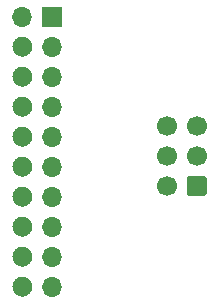
<source format=gbr>
%TF.GenerationSoftware,KiCad,Pcbnew,(5.1.10)-1*%
%TF.CreationDate,2023-09-26T12:08:48+02:00*%
%TF.ProjectId,arm_20-6pin_K24DI1MA,61726d5f-3230-42d3-9670-696e5f4b3234,rev?*%
%TF.SameCoordinates,Original*%
%TF.FileFunction,Soldermask,Top*%
%TF.FilePolarity,Negative*%
%FSLAX46Y46*%
G04 Gerber Fmt 4.6, Leading zero omitted, Abs format (unit mm)*
G04 Created by KiCad (PCBNEW (5.1.10)-1) date 2023-09-26 12:08:48*
%MOMM*%
%LPD*%
G01*
G04 APERTURE LIST*
%ADD10O,1.700000X1.700000*%
%ADD11R,1.700000X1.700000*%
%ADD12C,1.700000*%
G04 APERTURE END LIST*
%TO.C,J2*%
G36*
G01*
X141043959Y-84611041D02*
X141043959Y-84611041D01*
G75*
G02*
X141043959Y-83408959I601041J601041D01*
G01*
X141043959Y-83408959D01*
G75*
G02*
X142246041Y-83408959I601041J-601041D01*
G01*
X142246041Y-83408959D01*
G75*
G02*
X142246041Y-84611041I-601041J-601041D01*
G01*
X142246041Y-84611041D01*
G75*
G02*
X141043959Y-84611041I-601041J601041D01*
G01*
G37*
D10*
X144185000Y-84010000D03*
G36*
G01*
X141043959Y-82071041D02*
X141043959Y-82071041D01*
G75*
G02*
X141043959Y-80868959I601041J601041D01*
G01*
X141043959Y-80868959D01*
G75*
G02*
X142246041Y-80868959I601041J-601041D01*
G01*
X142246041Y-80868959D01*
G75*
G02*
X142246041Y-82071041I-601041J-601041D01*
G01*
X142246041Y-82071041D01*
G75*
G02*
X141043959Y-82071041I-601041J601041D01*
G01*
G37*
X144185000Y-81470000D03*
G36*
G01*
X141043959Y-79531041D02*
X141043959Y-79531041D01*
G75*
G02*
X141043959Y-78328959I601041J601041D01*
G01*
X141043959Y-78328959D01*
G75*
G02*
X142246041Y-78328959I601041J-601041D01*
G01*
X142246041Y-78328959D01*
G75*
G02*
X142246041Y-79531041I-601041J-601041D01*
G01*
X142246041Y-79531041D01*
G75*
G02*
X141043959Y-79531041I-601041J601041D01*
G01*
G37*
X144185000Y-78930000D03*
G36*
G01*
X141043959Y-76991041D02*
X141043959Y-76991041D01*
G75*
G02*
X141043959Y-75788959I601041J601041D01*
G01*
X141043959Y-75788959D01*
G75*
G02*
X142246041Y-75788959I601041J-601041D01*
G01*
X142246041Y-75788959D01*
G75*
G02*
X142246041Y-76991041I-601041J-601041D01*
G01*
X142246041Y-76991041D01*
G75*
G02*
X141043959Y-76991041I-601041J601041D01*
G01*
G37*
X144185000Y-76390000D03*
G36*
G01*
X141043959Y-74451041D02*
X141043959Y-74451041D01*
G75*
G02*
X141043959Y-73248959I601041J601041D01*
G01*
X141043959Y-73248959D01*
G75*
G02*
X142246041Y-73248959I601041J-601041D01*
G01*
X142246041Y-73248959D01*
G75*
G02*
X142246041Y-74451041I-601041J-601041D01*
G01*
X142246041Y-74451041D01*
G75*
G02*
X141043959Y-74451041I-601041J601041D01*
G01*
G37*
X144185000Y-73850000D03*
G36*
G01*
X141043959Y-71911041D02*
X141043959Y-71911041D01*
G75*
G02*
X141043959Y-70708959I601041J601041D01*
G01*
X141043959Y-70708959D01*
G75*
G02*
X142246041Y-70708959I601041J-601041D01*
G01*
X142246041Y-70708959D01*
G75*
G02*
X142246041Y-71911041I-601041J-601041D01*
G01*
X142246041Y-71911041D01*
G75*
G02*
X141043959Y-71911041I-601041J601041D01*
G01*
G37*
X144185000Y-71310000D03*
G36*
G01*
X141043959Y-69371041D02*
X141043959Y-69371041D01*
G75*
G02*
X141043959Y-68168959I601041J601041D01*
G01*
X141043959Y-68168959D01*
G75*
G02*
X142246041Y-68168959I601041J-601041D01*
G01*
X142246041Y-68168959D01*
G75*
G02*
X142246041Y-69371041I-601041J-601041D01*
G01*
X142246041Y-69371041D01*
G75*
G02*
X141043959Y-69371041I-601041J601041D01*
G01*
G37*
X144185000Y-68770000D03*
G36*
G01*
X141043959Y-66831041D02*
X141043959Y-66831041D01*
G75*
G02*
X141043959Y-65628959I601041J601041D01*
G01*
X141043959Y-65628959D01*
G75*
G02*
X142246041Y-65628959I601041J-601041D01*
G01*
X142246041Y-65628959D01*
G75*
G02*
X142246041Y-66831041I-601041J-601041D01*
G01*
X142246041Y-66831041D01*
G75*
G02*
X141043959Y-66831041I-601041J601041D01*
G01*
G37*
X144185000Y-66230000D03*
G36*
G01*
X141043959Y-64291041D02*
X141043959Y-64291041D01*
G75*
G02*
X141043959Y-63088959I601041J601041D01*
G01*
X141043959Y-63088959D01*
G75*
G02*
X142246041Y-63088959I601041J-601041D01*
G01*
X142246041Y-63088959D01*
G75*
G02*
X142246041Y-64291041I-601041J-601041D01*
G01*
X142246041Y-64291041D01*
G75*
G02*
X141043959Y-64291041I-601041J601041D01*
G01*
G37*
X144185000Y-63690000D03*
X141645000Y-61150000D03*
D11*
X144185000Y-61150000D03*
%TD*%
D12*
%TO.C,J1*%
X153860000Y-70400000D03*
X153860000Y-72940000D03*
X153860000Y-75480000D03*
X156400000Y-70400000D03*
X156400000Y-72940000D03*
G36*
G01*
X157250000Y-74880000D02*
X157250000Y-76080000D01*
G75*
G02*
X157000000Y-76330000I-250000J0D01*
G01*
X155800000Y-76330000D01*
G75*
G02*
X155550000Y-76080000I0J250000D01*
G01*
X155550000Y-74880000D01*
G75*
G02*
X155800000Y-74630000I250000J0D01*
G01*
X157000000Y-74630000D01*
G75*
G02*
X157250000Y-74880000I0J-250000D01*
G01*
G37*
%TD*%
M02*

</source>
